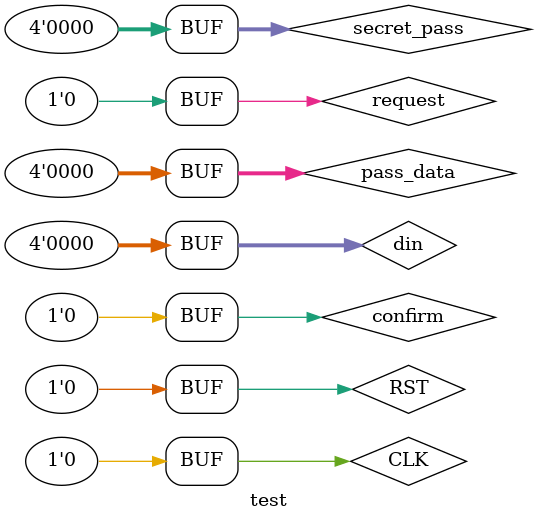
<source format=v>
`timescale 1ns / 1ps


module test;

	// Inputs
	reg [3:0] secret_pass;
	reg request;
	reg [3:0] din;
	reg RST;
	reg CLK;
	reg confirm;
	reg [3:0] pass_data;

	// Outputs
	wire [3:0] qout_left;
	wire [3:0] qout_right;

	// Instantiate the Unit Under Test (UUT)
	System uut (
		.secret_pass(secret_pass), 
		.request(request), 
		.din(din), 
		.RST(RST), 
		.CLK(CLK), 
		.confirm(confirm), 
		.pass_data(pass_data), 
		.qout_left(qout_left), 
		.qout_right(qout_right)
	);

	initial begin
		// Initialize Inputs
		secret_pass = 0;
		request = 0;
		din = 0;
		RST = 0;
		CLK = 0;
		confirm = 0;
		pass_data = 0;

		// Wait 100 ns for global reset to finish
		#100;
        
		// Add stimulus here

	end
      
endmodule


</source>
